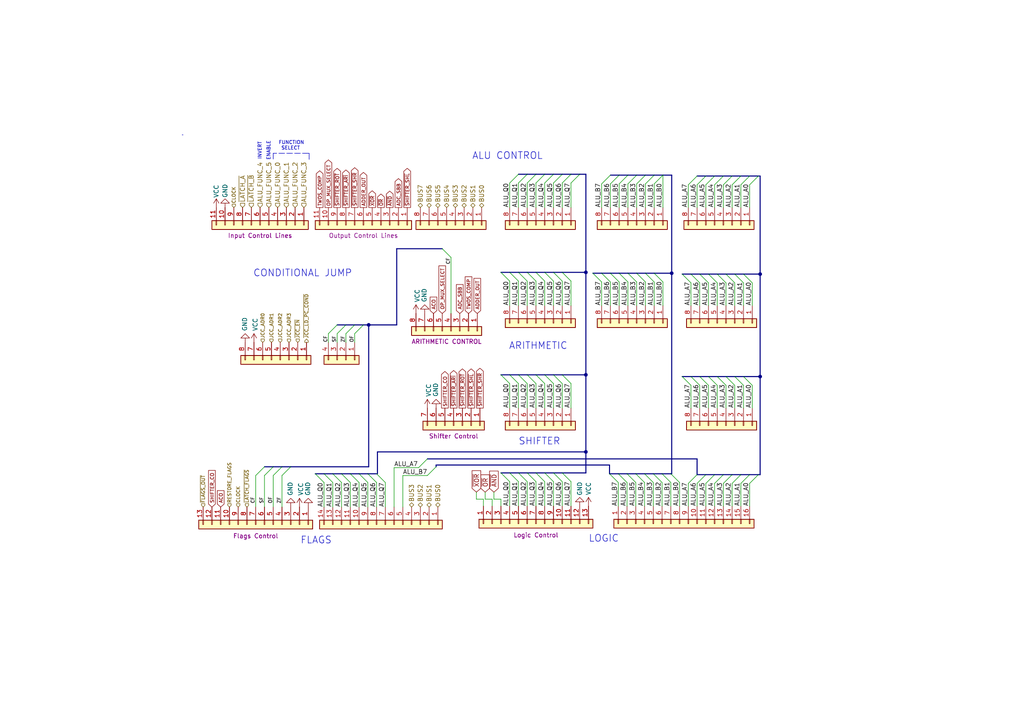
<source format=kicad_sch>
(kicad_sch (version 20211123) (generator eeschema)
  (paper "A4")
  (lib_symbols
    (symbol "Connector_Generic:Conn_01x04" (pin_names (offset 1.016) hide)
      (property "Reference" "J" (at 0 5.08 0))
      (property "Value" "Conn_01x04" (at 0 -7.62 0))
      (symbol "Conn_01x04_1_1"
        (rectangle (start -1.27 -4.953) (end 0 -5.207) (stroke (width 0.1524)))
        (rectangle (start -1.27 -2.413) (end 0 -2.667) (stroke (width 0.1524)))
        (rectangle (start -1.27 0.127) (end 0 -0.127) (stroke (width 0.1524)))
        (rectangle (start -1.27 2.667) (end 0 2.413) (stroke (width 0.1524)))
        (rectangle (start -1.27 3.81) (end 1.27 -6.35) (stroke (width 0.254)) (fill (type background)))
        (pin passive line (at -5.08 2.54 0) (length 3.81) (name "Pin_1") (number "1"))
        (pin passive line (at -5.08 0 0) (length 3.81) (name "Pin_2") (number "2"))
        (pin passive line (at -5.08 -2.54 0) (length 3.81) (name "Pin_3") (number "3"))
        (pin passive line (at -5.08 -5.08 0) (length 3.81) (name "Pin_4") (number "4"))
      )
    )
    (symbol "Connector_Generic:Conn_01x07" (pin_names (offset 1.016) hide)
      (property "Reference" "J" (at 0 10.16 0))
      (property "Value" "Conn_01x07" (at 0 -10.16 0))
      (symbol "Conn_01x07_1_1"
        (rectangle (start -1.27 -7.493) (end 0 -7.747) (stroke (width 0.1524)))
        (rectangle (start -1.27 -4.953) (end 0 -5.207) (stroke (width 0.1524)))
        (rectangle (start -1.27 -2.413) (end 0 -2.667) (stroke (width 0.1524)))
        (rectangle (start -1.27 0.127) (end 0 -0.127) (stroke (width 0.1524)))
        (rectangle (start -1.27 2.667) (end 0 2.413) (stroke (width 0.1524)))
        (rectangle (start -1.27 5.207) (end 0 4.953) (stroke (width 0.1524)))
        (rectangle (start -1.27 7.747) (end 0 7.493) (stroke (width 0.1524)))
        (rectangle (start -1.27 8.89) (end 1.27 -8.89) (stroke (width 0.254)) (fill (type background)))
        (pin passive line (at -5.08 7.62 0) (length 3.81) (name "Pin_1") (number "1"))
        (pin passive line (at -5.08 5.08 0) (length 3.81) (name "Pin_2") (number "2"))
        (pin passive line (at -5.08 2.54 0) (length 3.81) (name "Pin_3") (number "3"))
        (pin passive line (at -5.08 0 0) (length 3.81) (name "Pin_4") (number "4"))
        (pin passive line (at -5.08 -2.54 0) (length 3.81) (name "Pin_5") (number "5"))
        (pin passive line (at -5.08 -5.08 0) (length 3.81) (name "Pin_6") (number "6"))
        (pin passive line (at -5.08 -7.62 0) (length 3.81) (name "Pin_7") (number "7"))
      )
    )
    (symbol "Connector_Generic:Conn_01x08" (pin_names (offset 1.016) hide)
      (property "Reference" "J" (at 0 10.16 0))
      (property "Value" "Conn_01x08" (at 0 -12.7 0))
      (symbol "Conn_01x08_1_1"
        (rectangle (start -1.27 -10.033) (end 0 -10.287) (stroke (width 0.1524)))
        (rectangle (start -1.27 -7.493) (end 0 -7.747) (stroke (width 0.1524)))
        (rectangle (start -1.27 -4.953) (end 0 -5.207) (stroke (width 0.1524)))
        (rectangle (start -1.27 -2.413) (end 0 -2.667) (stroke (width 0.1524)))
        (rectangle (start -1.27 0.127) (end 0 -0.127) (stroke (width 0.1524)))
        (rectangle (start -1.27 2.667) (end 0 2.413) (stroke (width 0.1524)))
        (rectangle (start -1.27 5.207) (end 0 4.953) (stroke (width 0.1524)))
        (rectangle (start -1.27 7.747) (end 0 7.493) (stroke (width 0.1524)))
        (rectangle (start -1.27 8.89) (end 1.27 -11.43) (stroke (width 0.254)) (fill (type background)))
        (pin passive line (at -5.08 7.62 0) (length 3.81) (name "Pin_1") (number "1"))
        (pin passive line (at -5.08 5.08 0) (length 3.81) (name "Pin_2") (number "2"))
        (pin passive line (at -5.08 2.54 0) (length 3.81) (name "Pin_3") (number "3"))
        (pin passive line (at -5.08 0 0) (length 3.81) (name "Pin_4") (number "4"))
        (pin passive line (at -5.08 -2.54 0) (length 3.81) (name "Pin_5") (number "5"))
        (pin passive line (at -5.08 -5.08 0) (length 3.81) (name "Pin_6") (number "6"))
        (pin passive line (at -5.08 -7.62 0) (length 3.81) (name "Pin_7") (number "7"))
        (pin passive line (at -5.08 -10.16 0) (length 3.81) (name "Pin_8") (number "8"))
      )
    )
    (symbol "Connector_Generic:Conn_01x11" (pin_names (offset 1.016) hide)
      (property "Reference" "J" (at 0 15.24 0))
      (property "Value" "Conn_01x11" (at 0 -15.24 0))
      (symbol "Conn_01x11_1_1"
        (rectangle (start -1.27 -12.573) (end 0 -12.827) (stroke (width 0.1524)))
        (rectangle (start -1.27 -10.033) (end 0 -10.287) (stroke (width 0.1524)))
        (rectangle (start -1.27 -7.493) (end 0 -7.747) (stroke (width 0.1524)))
        (rectangle (start -1.27 -4.953) (end 0 -5.207) (stroke (width 0.1524)))
        (rectangle (start -1.27 -2.413) (end 0 -2.667) (stroke (width 0.1524)))
        (rectangle (start -1.27 0.127) (end 0 -0.127) (stroke (width 0.1524)))
        (rectangle (start -1.27 2.667) (end 0 2.413) (stroke (width 0.1524)))
        (rectangle (start -1.27 5.207) (end 0 4.953) (stroke (width 0.1524)))
        (rectangle (start -1.27 7.747) (end 0 7.493) (stroke (width 0.1524)))
        (rectangle (start -1.27 10.287) (end 0 10.033) (stroke (width 0.1524)))
        (rectangle (start -1.27 12.827) (end 0 12.573) (stroke (width 0.1524)))
        (rectangle (start -1.27 13.97) (end 1.27 -13.97) (stroke (width 0.254)) (fill (type background)))
        (pin passive line (at -5.08 12.7 0) (length 3.81) (name "Pin_1") (number "1"))
        (pin passive line (at -5.08 -10.16 0) (length 3.81) (name "Pin_10") (number "10"))
        (pin passive line (at -5.08 -12.7 0) (length 3.81) (name "Pin_11") (number "11"))
        (pin passive line (at -5.08 10.16 0) (length 3.81) (name "Pin_2") (number "2"))
        (pin passive line (at -5.08 7.62 0) (length 3.81) (name "Pin_3") (number "3"))
        (pin passive line (at -5.08 5.08 0) (length 3.81) (name "Pin_4") (number "4"))
        (pin passive line (at -5.08 2.54 0) (length 3.81) (name "Pin_5") (number "5"))
        (pin passive line (at -5.08 0 0) (length 3.81) (name "Pin_6") (number "6"))
        (pin passive line (at -5.08 -2.54 0) (length 3.81) (name "Pin_7") (number "7"))
        (pin passive line (at -5.08 -5.08 0) (length 3.81) (name "Pin_8") (number "8"))
        (pin passive line (at -5.08 -7.62 0) (length 3.81) (name "Pin_9") (number "9"))
      )
    )
    (symbol "Connector_Generic:Conn_01x13" (pin_names (offset 1.016) hide)
      (property "Reference" "J" (at 0 17.78 0))
      (property "Value" "Conn_01x13" (at 0 -17.78 0))
      (symbol "Conn_01x13_1_1"
        (rectangle (start -1.27 -15.113) (end 0 -15.367) (stroke (width 0.1524)))
        (rectangle (start -1.27 -12.573) (end 0 -12.827) (stroke (width 0.1524)))
        (rectangle (start -1.27 -10.033) (end 0 -10.287) (stroke (width 0.1524)))
        (rectangle (start -1.27 -7.493) (end 0 -7.747) (stroke (width 0.1524)))
        (rectangle (start -1.27 -4.953) (end 0 -5.207) (stroke (width 0.1524)))
        (rectangle (start -1.27 -2.413) (end 0 -2.667) (stroke (width 0.1524)))
        (rectangle (start -1.27 0.127) (end 0 -0.127) (stroke (width 0.1524)))
        (rectangle (start -1.27 2.667) (end 0 2.413) (stroke (width 0.1524)))
        (rectangle (start -1.27 5.207) (end 0 4.953) (stroke (width 0.1524)))
        (rectangle (start -1.27 7.747) (end 0 7.493) (stroke (width 0.1524)))
        (rectangle (start -1.27 10.287) (end 0 10.033) (stroke (width 0.1524)))
        (rectangle (start -1.27 12.827) (end 0 12.573) (stroke (width 0.1524)))
        (rectangle (start -1.27 15.367) (end 0 15.113) (stroke (width 0.1524)))
        (rectangle (start -1.27 16.51) (end 1.27 -16.51) (stroke (width 0.254)) (fill (type background)))
        (pin passive line (at -5.08 15.24 0) (length 3.81) (name "Pin_1") (number "1"))
        (pin passive line (at -5.08 -7.62 0) (length 3.81) (name "Pin_10") (number "10"))
        (pin passive line (at -5.08 -10.16 0) (length 3.81) (name "Pin_11") (number "11"))
        (pin passive line (at -5.08 -12.7 0) (length 3.81) (name "Pin_12") (number "12"))
        (pin passive line (at -5.08 -15.24 0) (length 3.81) (name "Pin_13") (number "13"))
        (pin passive line (at -5.08 12.7 0) (length 3.81) (name "Pin_2") (number "2"))
        (pin passive line (at -5.08 10.16 0) (length 3.81) (name "Pin_3") (number "3"))
        (pin passive line (at -5.08 7.62 0) (length 3.81) (name "Pin_4") (number "4"))
        (pin passive line (at -5.08 5.08 0) (length 3.81) (name "Pin_5") (number "5"))
        (pin passive line (at -5.08 2.54 0) (length 3.81) (name "Pin_6") (number "6"))
        (pin passive line (at -5.08 0 0) (length 3.81) (name "Pin_7") (number "7"))
        (pin passive line (at -5.08 -2.54 0) (length 3.81) (name "Pin_8") (number "8"))
        (pin passive line (at -5.08 -5.08 0) (length 3.81) (name "Pin_9") (number "9"))
      )
    )
    (symbol "Connector_Generic:Conn_01x14" (pin_names (offset 1.016) hide)
      (property "Reference" "J" (at 0 17.78 0))
      (property "Value" "Conn_01x14" (at 0 -20.32 0))
      (symbol "Conn_01x14_1_1"
        (rectangle (start -1.27 -17.653) (end 0 -17.907) (stroke (width 0.1524)))
        (rectangle (start -1.27 -15.113) (end 0 -15.367) (stroke (width 0.1524)))
        (rectangle (start -1.27 -12.573) (end 0 -12.827) (stroke (width 0.1524)))
        (rectangle (start -1.27 -10.033) (end 0 -10.287) (stroke (width 0.1524)))
        (rectangle (start -1.27 -7.493) (end 0 -7.747) (stroke (width 0.1524)))
        (rectangle (start -1.27 -4.953) (end 0 -5.207) (stroke (width 0.1524)))
        (rectangle (start -1.27 -2.413) (end 0 -2.667) (stroke (width 0.1524)))
        (rectangle (start -1.27 0.127) (end 0 -0.127) (stroke (width 0.1524)))
        (rectangle (start -1.27 2.667) (end 0 2.413) (stroke (width 0.1524)))
        (rectangle (start -1.27 5.207) (end 0 4.953) (stroke (width 0.1524)))
        (rectangle (start -1.27 7.747) (end 0 7.493) (stroke (width 0.1524)))
        (rectangle (start -1.27 10.287) (end 0 10.033) (stroke (width 0.1524)))
        (rectangle (start -1.27 12.827) (end 0 12.573) (stroke (width 0.1524)))
        (rectangle (start -1.27 15.367) (end 0 15.113) (stroke (width 0.1524)))
        (rectangle (start -1.27 16.51) (end 1.27 -19.05) (stroke (width 0.254)) (fill (type background)))
        (pin passive line (at -5.08 15.24 0) (length 3.81) (name "Pin_1") (number "1"))
        (pin passive line (at -5.08 -7.62 0) (length 3.81) (name "Pin_10") (number "10"))
        (pin passive line (at -5.08 -10.16 0) (length 3.81) (name "Pin_11") (number "11"))
        (pin passive line (at -5.08 -12.7 0) (length 3.81) (name "Pin_12") (number "12"))
        (pin passive line (at -5.08 -15.24 0) (length 3.81) (name "Pin_13") (number "13"))
        (pin passive line (at -5.08 -17.78 0) (length 3.81) (name "Pin_14") (number "14"))
        (pin passive line (at -5.08 12.7 0) (length 3.81) (name "Pin_2") (number "2"))
        (pin passive line (at -5.08 10.16 0) (length 3.81) (name "Pin_3") (number "3"))
        (pin passive line (at -5.08 7.62 0) (length 3.81) (name "Pin_4") (number "4"))
        (pin passive line (at -5.08 5.08 0) (length 3.81) (name "Pin_5") (number "5"))
        (pin passive line (at -5.08 2.54 0) (length 3.81) (name "Pin_6") (number "6"))
        (pin passive line (at -5.08 0 0) (length 3.81) (name "Pin_7") (number "7"))
        (pin passive line (at -5.08 -2.54 0) (length 3.81) (name "Pin_8") (number "8"))
        (pin passive line (at -5.08 -5.08 0) (length 3.81) (name "Pin_9") (number "9"))
      )
    )
    (symbol "Connector_Generic:Conn_01x16" (pin_names (offset 1.016) hide)
      (property "Reference" "J" (at 0 20.32 0))
      (property "Value" "Conn_01x16" (at 0 -22.86 0))
      (symbol "Conn_01x16_1_1"
        (rectangle (start -1.27 -20.193) (end 0 -20.447) (stroke (width 0.1524)))
        (rectangle (start -1.27 -17.653) (end 0 -17.907) (stroke (width 0.1524)))
        (rectangle (start -1.27 -15.113) (end 0 -15.367) (stroke (width 0.1524)))
        (rectangle (start -1.27 -12.573) (end 0 -12.827) (stroke (width 0.1524)))
        (rectangle (start -1.27 -10.033) (end 0 -10.287) (stroke (width 0.1524)))
        (rectangle (start -1.27 -7.493) (end 0 -7.747) (stroke (width 0.1524)))
        (rectangle (start -1.27 -4.953) (end 0 -5.207) (stroke (width 0.1524)))
        (rectangle (start -1.27 -2.413) (end 0 -2.667) (stroke (width 0.1524)))
        (rectangle (start -1.27 0.127) (end 0 -0.127) (stroke (width 0.1524)))
        (rectangle (start -1.27 2.667) (end 0 2.413) (stroke (width 0.1524)))
        (rectangle (start -1.27 5.207) (end 0 4.953) (stroke (width 0.1524)))
        (rectangle (start -1.27 7.747) (end 0 7.493) (stroke (width 0.1524)))
        (rectangle (start -1.27 10.287) (end 0 10.033) (stroke (width 0.1524)))
        (rectangle (start -1.27 12.827) (end 0 12.573) (stroke (width 0.1524)))
        (rectangle (start -1.27 15.367) (end 0 15.113) (stroke (width 0.1524)))
        (rectangle (start -1.27 17.907) (end 0 17.653) (stroke (width 0.1524)))
        (rectangle (start -1.27 19.05) (end 1.27 -21.59) (stroke (width 0.254)) (fill (type background)))
        (pin passive line (at -5.08 17.78 0) (length 3.81) (name "Pin_1") (number "1"))
        (pin passive line (at -5.08 -5.08 0) (length 3.81) (name "Pin_10") (number "10"))
        (pin passive line (at -5.08 -7.62 0) (length 3.81) (name "Pin_11") (number "11"))
        (pin passive line (at -5.08 -10.16 0) (length 3.81) (name "Pin_12") (number "12"))
        (pin passive line (at -5.08 -12.7 0) (length 3.81) (name "Pin_13") (number "13"))
        (pin passive line (at -5.08 -15.24 0) (length 3.81) (name "Pin_14") (number "14"))
        (pin passive line (at -5.08 -17.78 0) (length 3.81) (name "Pin_15") (number "15"))
        (pin passive line (at -5.08 -20.32 0) (length 3.81) (name "Pin_16") (number "16"))
        (pin passive line (at -5.08 15.24 0) (length 3.81) (name "Pin_2") (number "2"))
        (pin passive line (at -5.08 12.7 0) (length 3.81) (name "Pin_3") (number "3"))
        (pin passive line (at -5.08 10.16 0) (length 3.81) (name "Pin_4") (number "4"))
        (pin passive line (at -5.08 7.62 0) (length 3.81) (name "Pin_5") (number "5"))
        (pin passive line (at -5.08 5.08 0) (length 3.81) (name "Pin_6") (number "6"))
        (pin passive line (at -5.08 2.54 0) (length 3.81) (name "Pin_7") (number "7"))
        (pin passive line (at -5.08 0 0) (length 3.81) (name "Pin_8") (number "8"))
        (pin passive line (at -5.08 -2.54 0) (length 3.81) (name "Pin_9") (number "9"))
      )
    )
    (symbol "power:GND" (power) (pin_names (offset 0))
      (property "Value" "GND" (at 0 -3.81 0))
      (symbol "GND_0_1"
        (polyline (pts (xy 0 0) (xy 0 -1.27) (xy 1.27 -1.27) (xy 0 -2.54) (xy -1.27 -1.27) (xy 0 -1.27)))
      )
      (symbol "GND_1_1"
        (pin power_in line (at 0 0 270) (length 0) hide (name "GND") (number "1"))
      )
    )
    (symbol "power:VCC" (power) (pin_names (offset 0))
      (property "Value" "VCC" (at 0 3.81 0))
      (symbol "VCC_0_1"
        (polyline (pts (xy -0.762 1.27) (xy 0 2.54)))
        (polyline (pts (xy 0 0) (xy 0 2.54)))
        (polyline (pts (xy 0 2.54) (xy 0.762 1.27)))
      )
      (symbol "VCC_1_1"
        (pin power_in line (at 0 0 90) (length 0) hide (name "VCC") (number "1"))
      )
    )
  )
  (junction (at 220.472 79.502))
  (junction (at 220.472 109.22))
  (junction (at 169.926 108.712))
  (junction (at 169.926 78.994))
  (junction (at 106.934 94.234))
  (junction (at 194.818 79.248))
  (junction (at 169.926 131.064))
  (bus_entry (at 182.118 53.34) (size 2.54 -2.54))
  (bus_entry (at 189.738 53.34) (size 2.54 -2.54))
  (bus_entry (at 96.52 139.954) (size -2.54 -2.54))
  (bus_entry (at 217.424 53.594) (size 2.54 -2.54))
  (bus_entry (at 212.344 140.208) (size 2.54 -2.54))
  (bus_entry (at 99.06 139.954) (size -2.54 -2.54))
  (bus_entry (at 204.724 53.594) (size 2.54 -2.54))
  (bus_entry (at 181.864 139.954) (size -2.54 -2.54))
  (bus_entry (at 189.738 81.788) (size -2.54 -2.54))
  (bus_entry (at 150.368 139.7) (size -2.54 -2.54))
  (bus_entry (at 174.498 53.34) (size 2.54 -2.54))
  (bus_entry (at 213.106 111.76) (size -2.54 -2.54))
  (bus_entry (at 157.988 81.534) (size -2.54 -2.54))
  (bus_entry (at 163.068 53.086) (size 2.54 -2.54))
  (bus_entry (at 74.168 137.922) (size 2.54 -2.54))
  (bus_entry (at 199.644 140.208) (size 2.54 -2.54))
  (bus_entry (at 93.98 139.954) (size -2.54 -2.54))
  (bus_entry (at 81.788 137.922) (size 2.54 -2.54))
  (bus_entry (at 218.186 111.76) (size -2.54 -2.54))
  (bus_entry (at 212.344 53.594) (size 2.54 -2.54))
  (bus_entry (at 147.828 139.7) (size -2.54 -2.54))
  (bus_entry (at 184.404 139.954) (size -2.54 -2.54))
  (bus_entry (at 179.324 139.954) (size -2.54 -2.54))
  (bus_entry (at 215.646 82.042) (size -2.54 -2.54))
  (bus_entry (at 152.908 111.252) (size -2.54 -2.54))
  (bus_entry (at 187.198 81.788) (size -2.54 -2.54))
  (bus_entry (at 187.198 53.34) (size 2.54 -2.54))
  (bus_entry (at 217.424 140.208) (size 2.54 -2.54))
  (bus_entry (at 109.22 139.954) (size -2.54 -2.54))
  (bus_entry (at 163.068 81.534) (size -2.54 -2.54))
  (bus_entry (at 155.448 81.534) (size -2.54 -2.54))
  (bus_entry (at 174.498 81.788) (size -2.54 -2.54))
  (bus_entry (at 186.944 139.954) (size -2.54 -2.54))
  (bus_entry (at 157.988 139.7) (size -2.54 -2.54))
  (bus_entry (at 202.184 53.594) (size 2.54 -2.54))
  (bus_entry (at 79.248 137.922) (size 2.54 -2.54))
  (bus_entry (at 207.264 53.594) (size 2.54 -2.54))
  (bus_entry (at 147.828 111.252) (size -2.54 -2.54))
  (bus_entry (at 210.566 82.042) (size -2.54 -2.54))
  (bus_entry (at 197.104 139.954) (size -2.54 -2.54))
  (bus_entry (at 202.946 82.042) (size -2.54 -2.54))
  (bus_entry (at 208.026 111.76) (size -2.54 -2.54))
  (bus_entry (at 207.264 140.208) (size 2.54 -2.54))
  (bus_entry (at 205.486 82.042) (size -2.54 -2.54))
  (bus_entry (at 155.448 53.086) (size 2.54 -2.54))
  (bus_entry (at 209.804 140.208) (size 2.54 -2.54))
  (bus_entry (at 192.278 81.788) (size -2.54 -2.54))
  (bus_entry (at 152.908 81.534) (size -2.54 -2.54))
  (bus_entry (at 157.988 53.086) (size 2.54 -2.54))
  (bus_entry (at 150.368 81.534) (size -2.54 -2.54))
  (bus_entry (at 147.828 81.534) (size -2.54 -2.54))
  (bus_entry (at 157.988 111.252) (size -2.54 -2.54))
  (bus_entry (at 104.14 139.954) (size -2.54 -2.54))
  (bus_entry (at 150.368 53.086) (size 2.54 -2.54))
  (bus_entry (at 179.578 53.34) (size 2.54 -2.54))
  (bus_entry (at 194.564 139.954) (size -2.54 -2.54))
  (bus_entry (at 101.6 139.954) (size -2.54 -2.54))
  (bus_entry (at 130.81 74.676) (size -2.54 -2.54))
  (bus_entry (at 213.106 82.042) (size -2.54 -2.54))
  (bus_entry (at 165.608 111.252) (size -2.54 -2.54))
  (bus_entry (at 150.368 111.252) (size -2.54 -2.54))
  (bus_entry (at 179.578 81.788) (size -2.54 -2.54))
  (bus_entry (at 192.024 139.954) (size -2.54 -2.54))
  (bus_entry (at 202.184 140.208) (size 2.54 -2.54))
  (bus_entry (at 152.908 139.7) (size -2.54 -2.54))
  (bus_entry (at 165.608 53.086) (size 2.54 -2.54))
  (bus_entry (at 163.068 139.7) (size -2.54 -2.54))
  (bus_entry (at 210.566 111.76) (size -2.54 -2.54))
  (bus_entry (at 106.68 139.954) (size -2.54 -2.54))
  (bus_entry (at 214.884 140.208) (size 2.54 -2.54))
  (bus_entry (at 205.486 111.76) (size -2.54 -2.54))
  (bus_entry (at 165.608 81.534) (size -2.54 -2.54))
  (bus_entry (at 123.952 133.096) (size -2.54 2.54))
  (bus_entry (at 200.406 82.042) (size -2.54 -2.54))
  (bus_entry (at 95.25 96.774) (size 2.54 -2.54))
  (bus_entry (at 97.79 96.774) (size 2.54 -2.54))
  (bus_entry (at 102.87 96.774) (size 2.54 -2.54))
  (bus_entry (at 100.33 96.774) (size 2.54 -2.54))
  (bus_entry (at 209.804 53.594) (size 2.54 -2.54))
  (bus_entry (at 111.76 139.954) (size -2.54 -2.54))
  (bus_entry (at 215.646 111.76) (size -2.54 -2.54))
  (bus_entry (at 160.528 111.252) (size -2.54 -2.54))
  (bus_entry (at 152.908 53.086) (size 2.54 -2.54))
  (bus_entry (at 76.708 137.922) (size 2.54 -2.54))
  (bus_entry (at 165.608 139.7) (size -2.54 -2.54))
  (bus_entry (at 182.118 81.788) (size -2.54 -2.54))
  (bus_entry (at 126.492 135.382) (size -2.54 2.54))
  (bus_entry (at 184.658 53.34) (size 2.54 -2.54))
  (bus_entry (at 177.038 81.788) (size -2.54 -2.54))
  (bus_entry (at 200.406 111.76) (size -2.54 -2.54))
  (bus_entry (at 204.724 140.208) (size 2.54 -2.54))
  (bus_entry (at 184.658 81.788) (size -2.54 -2.54))
  (bus_entry (at 147.828 53.086) (size 2.54 -2.54))
  (bus_entry (at 202.946 111.76) (size -2.54 -2.54))
  (bus_entry (at 160.528 139.7) (size -2.54 -2.54))
  (bus_entry (at 163.068 111.252) (size -2.54 -2.54))
  (bus_entry (at 214.884 53.594) (size 2.54 -2.54))
  (bus_entry (at 199.644 53.594) (size 2.54 -2.54))
  (bus_entry (at 189.484 139.954) (size -2.54 -2.54))
  (bus_entry (at 208.026 82.042) (size -2.54 -2.54))
  (bus_entry (at 177.038 53.34) (size 2.54 -2.54))
  (bus_entry (at 160.528 81.534) (size -2.54 -2.54))
  (bus_entry (at 160.528 53.086) (size 2.54 -2.54))
  (bus_entry (at 218.186 82.042) (size -2.54 -2.54))
  (bus_entry (at 155.448 111.252) (size -2.54 -2.54))
  (bus_entry (at 155.448 139.7) (size -2.54 -2.54))
  (bus (pts (xy 217.424 137.668) (xy 219.964 137.668)))
  (wire (pts (xy 160.528 146.812) (xy 160.528 139.7)))
  (wire (pts (xy 130.81 74.676) (xy 130.81 90.932)))
  (bus (pts (xy 165.608 50.546) (xy 168.148 50.546)))
  (wire (pts (xy 160.528 118.364) (xy 160.528 111.252)))
  (wire (pts (xy 213.106 88.646) (xy 213.106 82.042)))
  (wire (pts (xy 150.368 60.198) (xy 150.368 53.086)))
  (wire (pts (xy 155.448 88.646) (xy 155.448 81.534)))
  (bus (pts (xy 163.068 108.712) (xy 169.926 108.712)))
  (bus (pts (xy 210.566 109.22) (xy 213.106 109.22)))
  (bus (pts (xy 177.038 79.248) (xy 174.498 79.248)))
  (bus (pts (xy 152.908 137.16) (xy 155.448 137.16)))
  (bus (pts (xy 215.646 109.22) (xy 220.472 109.22)))
  (bus (pts (xy 217.424 137.668) (xy 214.884 137.668)))
  (wire (pts (xy 152.908 146.812) (xy 152.908 139.7)))
  (bus (pts (xy 174.498 79.248) (xy 171.958 79.248)))
  (bus (pts (xy 157.988 50.546) (xy 160.528 50.546)))
  (wire (pts (xy 100.33 96.774) (xy 100.33 99.314)))
  (bus (pts (xy 202.184 133.096) (xy 202.184 137.668)))
  (bus (pts (xy 189.738 50.8) (xy 192.278 50.8)))
  (wire (pts (xy 218.186 88.646) (xy 218.186 82.042)))
  (wire (pts (xy 181.864 139.954) (xy 181.864 146.812)))
  (bus (pts (xy 147.828 108.712) (xy 150.368 108.712)))
  (wire (pts (xy 138.176 144.78) (xy 140.208 144.78)))
  (bus (pts (xy 217.424 51.054) (xy 219.964 51.054)))
  (wire (pts (xy 189.484 139.954) (xy 189.484 146.812)))
  (bus (pts (xy 152.908 50.546) (xy 155.448 50.546)))
  (wire (pts (xy 202.946 88.646) (xy 202.946 82.042)))
  (wire (pts (xy 138.176 142.748) (xy 138.176 144.78)))
  (wire (pts (xy 114.3 135.636) (xy 121.412 135.636)))
  (bus (pts (xy 207.264 137.668) (xy 204.724 137.668)))
  (bus (pts (xy 189.484 137.414) (xy 186.944 137.414)))
  (bus (pts (xy 200.406 79.502) (xy 197.866 79.502)))
  (bus (pts (xy 202.184 51.054) (xy 204.724 51.054)))
  (polyline (pts (xy 79.248 44.45) (xy 79.248 46.228)))
  (wire (pts (xy 192.278 60.198) (xy 192.278 50.8)))
  (wire (pts (xy 189.738 60.198) (xy 189.738 53.34)))
  (bus (pts (xy 176.784 134.874) (xy 176.784 137.414)))
  (bus (pts (xy 182.118 79.248) (xy 179.578 79.248)))
  (bus (pts (xy 202.946 79.502) (xy 200.406 79.502)))
  (wire (pts (xy 174.498 88.646) (xy 174.498 81.788)))
  (wire (pts (xy 74.168 137.922) (xy 74.168 147.066)))
  (bus (pts (xy 169.926 108.712) (xy 169.926 131.064)))
  (wire (pts (xy 157.988 146.812) (xy 157.988 139.7)))
  (bus (pts (xy 184.404 137.414) (xy 181.864 137.414)))
  (bus (pts (xy 214.884 51.054) (xy 217.424 51.054)))
  (bus (pts (xy 106.934 135.382) (xy 106.934 94.234)))
  (wire (pts (xy 111.76 147.066) (xy 111.76 139.954)))
  (bus (pts (xy 212.344 137.668) (xy 209.804 137.668)))
  (bus (pts (xy 179.324 137.414) (xy 176.784 137.414)))
  (wire (pts (xy 202.184 60.198) (xy 202.184 53.594)))
  (wire (pts (xy 142.748 144.78) (xy 142.748 146.812)))
  (wire (pts (xy 157.988 88.646) (xy 157.988 81.534)))
  (wire (pts (xy 145.288 144.78) (xy 145.288 146.812)))
  (bus (pts (xy 163.068 50.546) (xy 165.608 50.546)))
  (wire (pts (xy 116.84 137.922) (xy 123.952 137.922)))
  (bus (pts (xy 194.564 137.414) (xy 194.818 137.414)))
  (wire (pts (xy 194.564 139.954) (xy 194.564 146.812)))
  (bus (pts (xy 100.33 94.234) (xy 102.87 94.234)))
  (bus (pts (xy 169.926 131.064) (xy 169.926 137.16)))
  (wire (pts (xy 208.026 118.364) (xy 208.026 111.76)))
  (wire (pts (xy 104.14 147.066) (xy 104.14 139.954)))
  (bus (pts (xy 123.952 133.096) (xy 202.184 133.096)))
  (bus (pts (xy 147.828 78.994) (xy 150.368 78.994)))
  (bus (pts (xy 96.52 137.414) (xy 99.06 137.414)))
  (bus (pts (xy 220.472 79.502) (xy 215.646 79.502)))
  (wire (pts (xy 147.828 118.364) (xy 147.828 111.252)))
  (wire (pts (xy 209.804 60.198) (xy 209.804 53.594)))
  (bus (pts (xy 145.288 137.16) (xy 147.828 137.16)))
  (wire (pts (xy 147.828 88.646) (xy 147.828 81.534)))
  (wire (pts (xy 212.344 60.198) (xy 212.344 53.594)))
  (wire (pts (xy 163.068 60.198) (xy 163.068 53.086)))
  (bus (pts (xy 150.368 137.16) (xy 152.908 137.16)))
  (bus (pts (xy 208.026 79.502) (xy 205.486 79.502)))
  (bus (pts (xy 160.528 50.546) (xy 163.068 50.546)))
  (bus (pts (xy 160.528 137.16) (xy 163.068 137.16)))
  (wire (pts (xy 189.738 88.646) (xy 189.738 81.788)))
  (wire (pts (xy 217.424 60.198) (xy 217.424 53.594)))
  (wire (pts (xy 140.716 144.78) (xy 142.748 144.78)))
  (bus (pts (xy 177.038 50.8) (xy 179.578 50.8)))
  (bus (pts (xy 182.118 50.8) (xy 184.658 50.8)))
  (wire (pts (xy 76.708 137.922) (xy 76.708 147.066)))
  (bus (pts (xy 104.14 137.414) (xy 106.68 137.414)))
  (wire (pts (xy 163.068 118.364) (xy 163.068 111.252)))
  (bus (pts (xy 91.44 137.414) (xy 93.98 137.414)))
  (bus (pts (xy 155.448 50.546) (xy 157.988 50.546)))
  (wire (pts (xy 199.644 140.208) (xy 199.644 146.812)))
  (bus (pts (xy 192.024 137.414) (xy 189.484 137.414)))
  (wire (pts (xy 157.988 60.198) (xy 157.988 53.086)))
  (bus (pts (xy 169.926 78.994) (xy 169.926 50.546)))
  (wire (pts (xy 215.646 118.364) (xy 215.646 111.76)))
  (bus (pts (xy 204.724 51.054) (xy 207.264 51.054)))
  (bus (pts (xy 179.578 79.248) (xy 177.038 79.248)))
  (wire (pts (xy 116.84 137.922) (xy 116.84 147.066)))
  (wire (pts (xy 179.324 139.954) (xy 179.324 146.812)))
  (wire (pts (xy 143.256 144.78) (xy 145.288 144.78)))
  (wire (pts (xy 114.3 135.636) (xy 114.3 147.066)))
  (bus (pts (xy 84.328 135.382) (xy 106.934 135.382)))
  (bus (pts (xy 194.818 79.248) (xy 194.818 137.414)))
  (bus (pts (xy 128.27 72.136) (xy 115.062 72.136)))
  (wire (pts (xy 192.024 139.954) (xy 192.024 146.812)))
  (wire (pts (xy 165.608 118.364) (xy 165.608 111.252)))
  (wire (pts (xy 186.944 139.954) (xy 186.944 146.812)))
  (wire (pts (xy 213.106 118.364) (xy 213.106 111.76)))
  (bus (pts (xy 202.946 109.22) (xy 205.486 109.22)))
  (wire (pts (xy 212.344 140.208) (xy 212.344 146.812)))
  (wire (pts (xy 199.644 60.198) (xy 199.644 53.594)))
  (wire (pts (xy 152.908 60.198) (xy 152.908 53.086)))
  (bus (pts (xy 209.804 51.054) (xy 212.344 51.054)))
  (bus (pts (xy 186.944 137.414) (xy 184.404 137.414)))
  (polyline (pts (xy 52.832 39.116) (xy 53.086 39.116)))
  (wire (pts (xy 200.406 118.364) (xy 200.406 111.76)))
  (wire (pts (xy 208.026 88.646) (xy 208.026 82.042)))
  (bus (pts (xy 194.564 137.414) (xy 192.024 137.414)))
  (wire (pts (xy 101.6 147.066) (xy 101.6 139.954)))
  (bus (pts (xy 106.68 137.414) (xy 109.22 137.414)))
  (wire (pts (xy 106.68 147.066) (xy 106.68 139.954)))
  (bus (pts (xy 155.448 78.994) (xy 157.988 78.994)))
  (bus (pts (xy 109.474 131.064) (xy 169.926 131.064)))
  (wire (pts (xy 160.528 60.198) (xy 160.528 53.086)))
  (wire (pts (xy 177.038 88.646) (xy 177.038 81.788)))
  (bus (pts (xy 205.486 79.502) (xy 202.946 79.502)))
  (wire (pts (xy 160.528 88.646) (xy 160.528 81.534)))
  (bus (pts (xy 181.864 137.414) (xy 179.324 137.414)))
  (wire (pts (xy 163.068 88.646) (xy 163.068 81.534)))
  (bus (pts (xy 126.492 134.874) (xy 126.492 135.382)))
  (wire (pts (xy 218.186 118.364) (xy 218.186 111.76)))
  (bus (pts (xy 109.474 137.414) (xy 109.474 131.064)))
  (bus (pts (xy 220.472 51.054) (xy 220.472 79.502)))
  (bus (pts (xy 97.79 94.234) (xy 100.33 94.234)))
  (bus (pts (xy 81.788 135.382) (xy 84.328 135.382)))
  (wire (pts (xy 93.98 147.066) (xy 93.98 139.954)))
  (bus (pts (xy 145.288 108.712) (xy 147.828 108.712)))
  (bus (pts (xy 93.98 137.414) (xy 96.52 137.414)))
  (wire (pts (xy 192.278 88.646) (xy 192.278 81.788)))
  (wire (pts (xy 205.486 88.646) (xy 205.486 82.042)))
  (wire (pts (xy 205.486 118.364) (xy 205.486 111.76)))
  (bus (pts (xy 208.026 109.22) (xy 210.566 109.22)))
  (bus (pts (xy 157.988 78.994) (xy 160.528 78.994)))
  (wire (pts (xy 184.658 88.646) (xy 184.658 81.788)))
  (wire (pts (xy 109.22 147.066) (xy 109.22 139.954)))
  (polyline (pts (xy 89.408 44.45) (xy 79.248 44.45)))
  (bus (pts (xy 169.926 78.994) (xy 169.926 108.712)))
  (wire (pts (xy 157.988 118.364) (xy 157.988 111.252)))
  (bus (pts (xy 147.828 137.16) (xy 150.368 137.16)))
  (bus (pts (xy 101.6 137.414) (xy 104.14 137.414)))
  (bus (pts (xy 194.818 79.248) (xy 194.818 50.8)))
  (wire (pts (xy 150.368 146.812) (xy 150.368 139.7)))
  (wire (pts (xy 163.068 146.812) (xy 163.068 139.7)))
  (bus (pts (xy 150.368 50.546) (xy 152.908 50.546)))
  (bus (pts (xy 150.368 108.712) (xy 152.908 108.712)))
  (wire (pts (xy 204.724 140.208) (xy 204.724 146.812)))
  (wire (pts (xy 79.248 137.922) (xy 79.248 147.066)))
  (bus (pts (xy 187.198 50.8) (xy 189.738 50.8)))
  (wire (pts (xy 165.608 146.812) (xy 165.608 139.7)))
  (wire (pts (xy 96.52 147.066) (xy 96.52 139.954)))
  (bus (pts (xy 150.368 78.994) (xy 152.908 78.994)))
  (bus (pts (xy 160.528 108.712) (xy 163.068 108.712)))
  (bus (pts (xy 76.708 135.382) (xy 79.248 135.382)))
  (wire (pts (xy 214.884 140.208) (xy 214.884 146.812)))
  (bus (pts (xy 189.738 79.248) (xy 187.198 79.248)))
  (wire (pts (xy 165.608 88.646) (xy 165.608 81.534)))
  (wire (pts (xy 187.198 88.646) (xy 187.198 81.788)))
  (bus (pts (xy 157.988 108.712) (xy 160.528 108.712)))
  (wire (pts (xy 147.828 146.812) (xy 147.828 139.7)))
  (wire (pts (xy 202.946 118.364) (xy 202.946 111.76)))
  (wire (pts (xy 207.264 60.198) (xy 207.264 53.594)))
  (bus (pts (xy 160.528 78.994) (xy 163.068 78.994)))
  (wire (pts (xy 97.79 96.774) (xy 97.79 99.314)))
  (bus (pts (xy 194.818 79.248) (xy 189.738 79.248)))
  (bus (pts (xy 145.288 78.994) (xy 147.828 78.994)))
  (wire (pts (xy 177.038 60.198) (xy 177.038 53.34)))
  (bus (pts (xy 115.062 94.234) (xy 106.934 94.234)))
  (wire (pts (xy 155.448 60.198) (xy 155.448 53.086)))
  (wire (pts (xy 182.118 88.646) (xy 182.118 81.788)))
  (wire (pts (xy 204.724 60.198) (xy 204.724 53.594)))
  (bus (pts (xy 213.106 79.502) (xy 210.566 79.502)))
  (wire (pts (xy 155.448 146.812) (xy 155.448 139.7)))
  (wire (pts (xy 152.908 88.646) (xy 152.908 81.534)))
  (wire (pts (xy 143.256 142.748) (xy 143.256 144.78)))
  (bus (pts (xy 213.106 109.22) (xy 215.646 109.22)))
  (bus (pts (xy 184.658 79.248) (xy 182.118 79.248)))
  (wire (pts (xy 207.264 140.208) (xy 207.264 146.812)))
  (wire (pts (xy 155.448 118.364) (xy 155.448 111.252)))
  (wire (pts (xy 210.566 118.364) (xy 210.566 111.76)))
  (wire (pts (xy 210.566 88.646) (xy 210.566 82.042)))
  (bus (pts (xy 152.908 108.712) (xy 155.448 108.712)))
  (wire (pts (xy 174.498 60.198) (xy 174.498 53.34)))
  (wire (pts (xy 140.716 142.748) (xy 140.716 144.78)))
  (wire (pts (xy 182.118 60.198) (xy 182.118 53.34)))
  (wire (pts (xy 102.87 96.774) (xy 102.87 99.314)))
  (bus (pts (xy 155.448 137.16) (xy 157.988 137.16)))
  (wire (pts (xy 81.788 137.922) (xy 81.788 147.066)))
  (wire (pts (xy 214.884 60.198) (xy 214.884 53.594)))
  (bus (pts (xy 197.866 109.22) (xy 200.406 109.22)))
  (wire (pts (xy 147.828 60.198) (xy 147.828 53.086)))
  (wire (pts (xy 140.208 144.78) (xy 140.208 146.812)))
  (bus (pts (xy 99.06 137.414) (xy 101.6 137.414)))
  (polyline (pts (xy 89.662 46.228) (xy 89.662 44.45)))
  (bus (pts (xy 163.068 137.16) (xy 169.926 137.16)))
  (wire (pts (xy 150.368 118.364) (xy 150.368 111.252)))
  (wire (pts (xy 150.368 88.646) (xy 150.368 81.534)))
  (bus (pts (xy 220.472 79.502) (xy 220.472 109.22)))
  (bus (pts (xy 209.804 137.668) (xy 207.264 137.668)))
  (wire (pts (xy 200.406 88.646) (xy 200.406 82.042)))
  (bus (pts (xy 210.566 79.502) (xy 208.026 79.502)))
  (bus (pts (xy 212.344 51.054) (xy 214.884 51.054)))
  (bus (pts (xy 155.448 108.712) (xy 157.988 108.712)))
  (bus (pts (xy 126.492 134.874) (xy 176.784 134.874)))
  (wire (pts (xy 209.804 140.208) (xy 209.804 146.812)))
  (bus (pts (xy 79.248 135.382) (xy 81.788 135.382)))
  (bus (pts (xy 169.926 50.546) (xy 168.148 50.546)))
  (bus (pts (xy 163.068 78.994) (xy 169.926 78.994)))
  (bus (pts (xy 105.41 94.234) (xy 106.934 94.234)))
  (bus (pts (xy 184.658 50.8) (xy 187.198 50.8)))
  (wire (pts (xy 217.424 140.208) (xy 217.424 146.812)))
  (bus (pts (xy 179.578 50.8) (xy 182.118 50.8)))
  (bus (pts (xy 194.818 50.8) (xy 192.278 50.8)))
  (polyline (pts (xy 89.662 44.45) (xy 89.408 44.45)))
  (bus (pts (xy 219.964 51.054) (xy 220.472 51.054)))
  (wire (pts (xy 184.404 139.954) (xy 184.404 146.812)))
  (bus (pts (xy 204.724 137.668) (xy 202.184 137.668)))
  (bus (pts (xy 187.198 79.248) (xy 184.658 79.248)))
  (wire (pts (xy 165.608 60.198) (xy 165.608 53.086)))
  (bus (pts (xy 152.908 78.994) (xy 155.448 78.994)))
  (wire (pts (xy 179.578 60.198) (xy 179.578 53.34)))
  (bus (pts (xy 214.884 137.668) (xy 212.344 137.668)))
  (bus (pts (xy 205.486 109.22) (xy 208.026 109.22)))
  (bus (pts (xy 102.87 94.234) (xy 105.41 94.234)))
  (wire (pts (xy 184.658 60.198) (xy 184.658 53.34)))
  (bus (pts (xy 115.062 72.136) (xy 115.062 94.234)))
  (bus (pts (xy 215.646 79.502) (xy 213.106 79.502)))
  (wire (pts (xy 99.06 147.066) (xy 99.06 139.954)))
  (wire (pts (xy 202.184 140.208) (xy 202.184 146.812)))
  (bus (pts (xy 207.264 51.054) (xy 209.804 51.054)))
  (bus (pts (xy 157.988 137.16) (xy 160.528 137.16)))
  (wire (pts (xy 179.578 88.646) (xy 179.578 81.788)))
  (bus (pts (xy 220.472 109.22) (xy 220.472 137.668)))
  (wire (pts (xy 95.25 96.774) (xy 95.25 99.314)))
  (wire (pts (xy 215.646 88.646) (xy 215.646 82.042)))
  (wire (pts (xy 187.198 60.198) (xy 187.198 53.34)))
  (wire (pts (xy 152.908 118.364) (xy 152.908 111.252)))
  (bus (pts (xy 200.406 109.22) (xy 202.946 109.22)))
  (wire (pts (xy 197.104 139.954) (xy 197.104 146.812)))
  (bus (pts (xy 219.964 137.668) (xy 220.472 137.668)))
  (text "ALU CONTROL" (at 136.906 46.482 0) (effects (font (size 2 2)) (justify left bottom)))
  (text "INVERT" (at 75.946 41.148 270) (effects (font (size 1 1)) (justify right bottom)))
  (text "ENABLE" (at 78.486 40.894 270) (effects (font (size 1 1)) (justify right bottom)))
  (text "FUNCTION\n SELECT" (at 80.772 43.688 0) (effects (font (size 1 1)) (justify left bottom)))
  (text "CONDITIONAL JUMP" (at 73.406 80.518 0) (effects (font (size 2 2)) (justify left bottom)))
  (text "LOGIC" (at 170.688 157.48 0) (effects (font (size 2 2)) (justify left bottom)))
  (text "FLAGS" (at 96.266 157.988 180) (effects (font (size 2 2)) (justify right bottom)))
  (text "SHIFTER" (at 150.368 129.286 0) (effects (font (size 2 2)) (justify left bottom)))
  (text "ARITHMETIC" (at 147.574 101.6 0) (effects (font (size 2 2)) (justify left bottom)))
  (label "ALU_Q7" (at 165.608 60.198 90))
  (label "ALU_Q0" (at 147.828 60.198 90))
  (label "ALU_Q3" (at 101.6 147.066 90))
  (label "ALU_A2" (at 213.106 118.364 90))
  (label "ALU_Q0" (at 147.828 118.364 90))
  (label "ALU_Q5" (at 160.528 146.812 90))
  (label "ALU_Q1" (at 150.368 118.364 90))
  (label "ALU_Q3" (at 155.448 60.198 90))
  (label "ALU_Q2" (at 152.908 60.198 90))
  (label "ALU_A1" (at 215.646 118.364 90))
  (label "ALU_A7" (at 200.406 118.364 90))
  (label "ALU_Q4" (at 157.988 118.364 90))
  (label "ALU_Q2" (at 152.908 118.364 90))
  (label "ALU_B1" (at 189.738 88.646 90))
  (label "ALU_Q6" (at 109.22 147.066 90))
  (label "ALU_A1" (at 214.884 146.812 90))
  (label "CF" (at 130.81 76.708 90) (effects (font (size 0.9906 0.9906))))
  (label "ALU_A7" (at 114.3 135.636 0))
  (label "ALU_A4" (at 208.026 88.646 90))
  (label "SF" (at 76.708 146.05 90) (effects (font (size 0.9906 0.9906))))
  (label "ALU_B5" (at 179.578 88.646 90))
  (label "ALU_Q5" (at 160.528 88.646 90))
  (label "ALU_A0" (at 217.424 146.812 90))
  (label "ALU_A3" (at 209.804 146.812 90))
  (label "ALU_Q4" (at 157.988 88.646 90))
  (label "ALU_B3" (at 184.658 60.198 90))
  (label "ALU_Q3" (at 155.448 88.646 90))
  (label "ALU_Q1" (at 150.368 88.646 90))
  (label "ALU_A3" (at 209.804 60.198 90))
  (label "ALU_A0" (at 218.186 118.364 90))
  (label "ALU_B5" (at 179.578 60.198 90))
  (label "ALU_A2" (at 212.344 146.812 90))
  (label "ALU_Q0" (at 93.98 147.066 90))
  (label "ALU_B6" (at 177.038 60.198 90))
  (label "ALU_B1" (at 194.564 146.812 90))
  (label "ALU_Q2" (at 152.908 146.812 90))
  (label "ALU_A4" (at 207.264 60.198 90))
  (label "ALU_B2" (at 187.198 88.646 90))
  (label "ALU_A5" (at 205.486 118.364 90))
  (label "ALU_Q0" (at 147.828 88.646 90))
  (label "ALU_A4" (at 208.026 118.364 90))
  (label "ALU_A5" (at 204.724 146.812 90))
  (label "ALU_Q6" (at 163.068 118.364 90))
  (label "ALU_Q6" (at 163.068 60.198 90))
  (label "ZF" (at 81.788 146.05 90) (effects (font (size 0.9906 0.9906))))
  (label "ALU_A6" (at 202.184 60.198 90))
  (label "ALU_A6" (at 202.946 118.364 90))
  (label "ZF" (at 100.33 99.314 90) (effects (font (size 0.9906 0.9906))))
  (label "ALU_Q7" (at 165.608 146.812 90))
  (label "ALU_B7" (at 174.498 88.646 90))
  (label "ALU_Q2" (at 99.06 147.066 90))
  (label "OF" (at 79.248 146.05 90) (effects (font (size 0.9906 0.9906))))
  (label "ALU_A1" (at 215.646 88.646 90))
  (label "ALU_Q5" (at 160.528 60.198 90))
  (label "ALU_Q7" (at 165.608 88.646 90))
  (label "ALU_B1" (at 189.738 60.198 90))
  (label "ALU_Q5" (at 160.528 118.364 90))
  (label "ALU_B5" (at 184.404 146.812 90))
  (label "ALU_A7" (at 200.406 88.646 90))
  (label "ALU_A6" (at 202.946 88.646 90))
  (label "ALU_Q4" (at 104.14 147.066 90))
  (label "ALU_A2" (at 213.106 88.646 90))
  (label "OF" (at 102.87 99.314 90) (effects (font (size 0.9906 0.9906))))
  (label "ALU_Q1" (at 150.368 146.812 90))
  (label "ALU_B0" (at 197.104 146.812 90))
  (label "ALU_B2" (at 192.024 146.812 90))
  (label "ALU_B6" (at 177.038 88.646 90))
  (label "ALU_Q5" (at 106.68 147.066 90))
  (label "ALU_Q4" (at 157.988 146.812 90))
  (label "ALU_B4" (at 182.118 60.198 90))
  (label "ALU_B3" (at 184.658 88.646 90))
  (label "CF" (at 74.168 146.05 90) (effects (font (size 0.9906 0.9906))))
  (label "ALU_B7" (at 179.324 146.812 90))
  (label "ALU_Q4" (at 157.988 60.198 90))
  (label "ALU_Q3" (at 155.448 146.812 90))
  (label "CF" (at 95.25 99.314 90) (effects (font (size 0.9906 0.9906))))
  (label "ALU_Q2" (at 152.908 88.646 90))
  (label "ALU_B6" (at 181.864 146.812 90))
  (label "ALU_A5" (at 204.724 60.198 90))
  (label "ALU_A3" (at 210.566 88.646 90))
  (label "ALU_A7" (at 199.644 146.812 90))
  (label "ALU_Q6" (at 163.068 146.812 90))
  (label "ALU_A0" (at 217.424 60.198 90))
  (label "ALU_A7" (at 199.644 60.198 90))
  (label "ALU_B0" (at 192.278 60.198 90))
  (label "ALU_B7" (at 116.84 137.922 0))
  (label "ALU_Q1" (at 96.52 147.066 90))
  (label "ALU_A5" (at 205.486 88.646 90))
  (label "ALU_B4" (at 182.118 88.646 90))
  (label "ALU_A3" (at 210.566 118.364 90))
  (label "ALU_B7" (at 174.498 60.198 90))
  (label "ALU_Q7" (at 111.76 147.066 90))
  (label "ALU_B3" (at 189.484 146.812 90))
  (label "ALU_Q0" (at 147.828 146.812 90))
  (label "ALU_A1" (at 214.884 60.198 90))
  (label "ALU_Q7" (at 165.608 118.364 90))
  (label "SF" (at 97.79 99.314 90) (effects (font (size 0.9906 0.9906))))
  (label "ALU_Q1" (at 150.368 60.198 90))
  (label "ALU_A4" (at 207.264 146.812 90))
  (label "ALU_A6" (at 202.184 146.812 90))
  (label "ALU_B4" (at 186.944 146.812 90))
  (label "ALU_B0" (at 192.278 88.646 90))
  (label "ALU_A2" (at 212.344 60.198 90))
  (label "ALU_Q3" (at 155.448 118.364 90))
  (label "ALU_A0" (at 218.186 88.646 90))
  (label "ALU_B2" (at 187.198 60.198 90))
  (label "ALU_Q6" (at 163.068 88.646 90))
  (global_label "~{OR}" (shape output) (at 110.49 60.198 90) (effects (font (size 0.9906 0.9906))) (property "Intersheet References" "${INTERSHEET_REFS}" (effects hide)))
  (global_label "ACO" (shape input) (at 64.008 147.066 90) (effects (font (size 0.9906 0.9906))) (property "Intersheet References" "${INTERSHEET_REFS}" (effects hide)))
  (global_label "SHIFTER_CO" (shape input) (at 61.468 147.066 90) (effects (font (size 0.9906 0.9906))) (property "Intersheet References" "${INTERSHEET_REFS}" (effects hide)))
  (global_label "~{OR}" (shape input) (at 140.716 142.748 90) (property "Intersheet References" "${INTERSHEET_REFS}" (effects hide)))
  (global_label "ADC_SBB" (shape input) (at 133.35 90.932 90) (effects (font (size 0.9906 0.9906))) (property "Intersheet References" "${INTERSHEET_REFS}" (effects hide)))
  (global_label "~{SHIFTER_ROT}" (shape output) (at 97.79 60.198 90) (effects (font (size 0.9906 0.9906))) (property "Intersheet References" "${INTERSHEET_REFS}" (effects hide)))
  (global_label "ADC_SBB" (shape output) (at 115.57 60.198 90) (effects (font (size 0.9906 0.9906))) (property "Intersheet References" "${INTERSHEET_REFS}" (effects hide)))
  (global_label "~{AND}" (shape output) (at 113.03 60.198 90) (effects (font (size 0.9906 0.9906))) (property "Intersheet References" "${INTERSHEET_REFS}" (effects hide)))
  (global_label "~{SHIFTER_SHR}" (shape output) (at 139.192 118.364 90) (effects (font (size 0.9906 0.9906))) (property "Intersheet References" "${INTERSHEET_REFS}" (effects hide)))
  (global_label "~{SHIFTER_ARI}" (shape output) (at 100.33 60.198 90) (effects (font (size 0.9906 0.9906))) (property "Intersheet References" "${INTERSHEET_REFS}" (effects hide)))
  (global_label "ADDER_OUT" (shape output) (at 105.41 60.198 90) (effects (font (size 0.9906 0.9906))) (property "Intersheet References" "${INTERSHEET_REFS}" (effects hide)))
  (global_label "OP_MUX_SELECT" (shape output) (at 95.25 60.198 90) (effects (font (size 0.9906 0.9906))) (property "Intersheet References" "${INTERSHEET_REFS}" (effects hide)))
  (global_label "TWOS_COMP" (shape output) (at 92.71 60.198 90) (effects (font (size 0.9906 0.9906))) (property "Intersheet References" "${INTERSHEET_REFS}" (effects hide)))
  (global_label "~{SHIFTER_SHL}" (shape output) (at 118.11 60.198 90) (effects (font (size 0.9906 0.9906))) (property "Intersheet References" "${INTERSHEET_REFS}" (effects hide)))
  (global_label "ACO" (shape input) (at 125.73 90.932 90) (effects (font (size 0.9906 0.9906))) (property "Intersheet References" "${INTERSHEET_REFS}" (effects hide)))
  (global_label "OP_MUX_SELECT" (shape input) (at 128.27 90.932 90) (effects (font (size 0.9906 0.9906))) (property "Intersheet References" "${INTERSHEET_REFS}" (effects hide)))
  (global_label "~{SHIFTER_ROT}" (shape output) (at 134.112 118.364 90) (effects (font (size 0.9906 0.9906))) (property "Intersheet References" "${INTERSHEET_REFS}" (effects hide)))
  (global_label "ADDER_OUT" (shape input) (at 138.43 90.932 90) (effects (font (size 0.9906 0.9906))) (property "Intersheet References" "${INTERSHEET_REFS}" (effects hide)))
  (global_label "~{XOR}" (shape output) (at 107.95 60.198 90) (effects (font (size 0.9906 0.9906))) (property "Intersheet References" "${INTERSHEET_REFS}" (effects hide)))
  (global_label "~{SHIFTER_SHL}" (shape output) (at 136.652 118.364 90) (effects (font (size 0.9906 0.9906))) (property "Intersheet References" "${INTERSHEET_REFS}" (effects hide)))
  (global_label "TWOS_COMP" (shape input) (at 135.89 90.932 90) (effects (font (size 0.9906 0.9906))) (property "Intersheet References" "${INTERSHEET_REFS}" (effects hide)))
  (global_label "~{SHIFTER_ARI}" (shape output) (at 131.572 118.364 90) (effects (font (size 0.9906 0.9906))) (property "Intersheet References" "${INTERSHEET_REFS}" (effects hide)))
  (global_label "~{AND}" (shape input) (at 143.256 142.748 90) (property "Intersheet References" "${INTERSHEET_REFS}" (effects hide)))
  (global_label "SHIFTER_CO" (shape output) (at 129.032 118.364 90) (effects (font (size 0.9906 0.9906))) (property "Intersheet References" "${INTERSHEET_REFS}" (effects hide)))
  (global_label "~{XOR}" (shape input) (at 138.176 142.748 90) (property "Intersheet References" "${INTERSHEET_REFS}" (effects hide)))
  (global_label "~{SHIFTER_SHR}" (shape output) (at 102.87 60.198 90) (effects (font (size 0.9906 0.9906))) (property "Intersheet References" "${INTERSHEET_REFS}" (effects hide)))
  (hierarchical_label "JCC_ADR0" (shape input) (at 76.2 99.314 90) (effects (font (size 0.9906 0.9906))))
  (hierarchical_label "RESTORE_FLAGS" (shape input) (at 66.548 147.066 90) (effects (font (size 0.9906 0.9906))))
  (hierarchical_label "ALU_FUNC_2" (shape input) (at 85.598 60.198 90))
  (hierarchical_label "BUS3" (shape tri_state) (at 132.08 60.198 90))
  (hierarchical_label "~{JCC_LD_PC_COND}" (shape output) (at 88.9 99.314 90) (effects (font (size 0.9906 0.9906))))
  (hierarchical_label "BUS1" (shape tri_state) (at 124.46 147.066 90))
  (hierarchical_label "BUS7" (shape tri_state) (at 121.92 60.198 90))
  (hierarchical_label "ALU_FUNC_4" (shape input) (at 75.438 60.198 90))
  (hierarchical_label "ALU_FUNC_5" (shape input) (at 77.978 60.198 90))
  (hierarchical_label "BUS2" (shape tri_state) (at 121.92 147.066 90))
  (hierarchical_label "BUS4" (shape tri_state) (at 129.54 60.198 90))
  (hierarchical_label "CLOCK" (shape input) (at 69.088 147.066 90) (effects (font (size 0.9906 0.9906))))
  (hierarchical_label "~{JCC_EN}" (shape input) (at 86.36 99.314 90) (effects (font (size 0.9906 0.9906))))
  (hierarchical_label "BUS5" (shape tri_state) (at 127 60.198 90))
  (hierarchical_label "JCC_ADR2" (shape input) (at 81.28 99.314 90) (effects (font (size 0.9906 0.9906))))
  (hierarchical_label "BUS2" (shape tri_state) (at 134.62 60.198 90))
  (hierarchical_label "BUS3" (shape tri_state) (at 119.38 147.066 90))
  (hierarchical_label "BUS0" (shape tri_state) (at 139.7 60.198 90))
  (hierarchical_label "BUS0" (shape tri_state) (at 127 147.066 90))
  (hierarchical_label "~{LATCH_A}" (shape input) (at 70.358 60.198 90))
  (hierarchical_label "~{LATCH_FLAGS}" (shape input) (at 71.628 147.066 90) (effects (font (size 0.9906 0.9906))))
  (hierarchical_label "JCC_ADR3" (shape input) (at 83.82 99.314 90) (effects (font (size 0.9906 0.9906))))
  (hierarchical_label "ALU_FUNC_3" (shape input) (at 88.138 60.198 90))
  (hierarchical_label "~{FLAGS_OUT}" (shape input) (at 58.928 147.066 90) (effects (font (size 0.9906 0.9906))))
  (hierarchical_label "ALU_FUNC_1" (shape input) (at 83.058 60.198 90))
  (hierarchical_label "~{LATCH_B}" (shape input) (at 72.898 60.198 90))
  (hierarchical_label "ALU_FUNC_0" (shape input) (at 80.518 60.198 90))
  (hierarchical_label "CLOCK" (shape input) (at 67.818 60.198 90) (effects (font (size 0.9906 0.9906))))
  (hierarchical_label "BUS1" (shape tri_state) (at 137.16 60.198 90))
  (hierarchical_label "BUS6" (shape tri_state) (at 124.46 60.198 90))
  (hierarchical_label "JCC_ADR1" (shape input) (at 78.74 99.314 90) (effects (font (size 0.9906 0.9906))))
  (symbol (lib_id "Connector_Generic:Conn_01x16") (at 197.104 151.892 90) (mirror x) (unit 1)
    (property "Reference" "J16" (effects hide))
    (property "Value" "Conn_01x11" (effects hide))
    (property "Footprint" "Connector_PinSocket_2.54mm:PinSocket_1x11_P2.54mm_Vertical" (effects hide))
  )
  (symbol (lib_id "Connector_Generic:Conn_01x13") (at 74.168 152.146 270) (unit 1)
    (property "Reference" "J1" (effects hide))
    (property "Value" "Conn_01x08" (effects hide))
    (property "Footprint" "Connector_PinSocket_2.54mm:PinSocket_1x08_P2.54mm_Vertical" (effects hide))
    (property "Field4" "Flags Control" (at 74.168 155.448 90))
  )
  (symbol (lib_id "Connector_Generic:Conn_01x08") (at 210.566 93.726 270) (unit 1)
    (property "Reference" "J18" (effects hide))
    (property "Value" "Barrel_Jack_MountingPin" (effects hide))
    (property "Footprint" "Connector_BarrelJack:BarrelJack_Horizontal" (effects hide))
  )
  (symbol (lib_id "Connector_Generic:Conn_01x14") (at 111.76 152.146 270) (unit 1)
    (property "Reference" "J6" (effects hide))
    (property "Value" "Conn_01x08" (effects hide))
    (property "Footprint" "Connector_PinSocket_2.54mm:PinSocket_1x08_P2.54mm_Vertical" (effects hide))
  )
  (symbol (lib_id "power:VCC") (at 62.738 60.198 0) (mirror y) (unit 1)
    (property "Reference" "#PWR01" (effects hide))
    (property "Value" "VCC" (at 62.738 57.404 90) (effects (justify left)))
  )
  (symbol (lib_id "Connector_Generic:Conn_01x08") (at 184.658 65.278 270) (unit 1)
    (property "Reference" "J14" (effects hide))
    (property "Value" "Conn_01x08" (effects hide))
    (property "Footprint" "Connector_PinSocket_2.54mm:PinSocket_1x08_P2.54mm_Vertical" (effects hide))
  )
  (symbol (lib_id "Connector_Generic:Conn_01x08") (at 130.81 96.012 270) (unit 1)
    (property "Reference" "J7" (effects hide))
    (property "Value" "Conn_01x08" (effects hide))
    (property "Footprint" "Connector_PinSocket_2.54mm:PinSocket_1x08_P2.54mm_Vertical" (effects hide))
    (property "Field4" "ARITHMETIC CONTROL" (at 129.54 99.06 90))
  )
  (symbol (lib_id "Connector_Generic:Conn_01x11") (at 75.438 65.278 270) (unit 1)
    (property "Reference" "J2" (effects hide))
    (property "Value" "Conn_01x08" (effects hide))
    (property "Footprint" "Connector_PinSocket_2.54mm:PinSocket_1x08_P2.54mm_Vertical" (effects hide))
    (property "Field4" "Input Control Lines" (at 75.438 68.326 90))
  )
  (symbol (lib_id "Connector_Generic:Conn_01x04") (at 100.33 104.394 270) (unit 1)
    (property "Reference" "J4" (effects hide))
    (property "Value" "Conn_01x14" (effects hide))
    (property "Footprint" "Connector_PinSocket_2.54mm:PinSocket_1x14_P2.54mm_Vertical" (effects hide))
  )
  (symbol (lib_id "Connector_Generic:Conn_01x13") (at 155.448 151.892 90) (mirror x) (unit 1)
    (property "Reference" "J10" (effects hide))
    (property "Value" "Conn_01x13" (effects hide))
    (property "Footprint" "Connector_PinSocket_2.54mm:PinSocket_1x13_P2.54mm_Vertical" (effects hide))
    (property "Field4" "Logic Control" (at 155.448 155.194 90))
  )
  (symbol (lib_id "Connector_Generic:Conn_01x08") (at 184.658 93.726 270) (unit 1)
    (property "Reference" "J15" (effects hide))
    (property "Value" "Conn_01x16" (effects hide))
    (property "Footprint" "Connector_PinSocket_2.54mm:PinSocket_1x16_P2.54mm_Vertical" (effects hide))
  )
  (symbol (lib_id "Connector_Generic:Conn_01x08") (at 157.988 93.726 270) (unit 1)
    (property "Reference" "J12" (effects hide))
    (property "Value" "Conn_01x04" (effects hide))
    (property "Footprint" "Connector_PinSocket_2.54mm:PinSocket_1x04_P2.54mm_Vertical" (effects hide))
  )
  (symbol (lib_id "Connector_Generic:Conn_01x08") (at 132.08 65.278 270) (unit 1)
    (property "Reference" "J9" (effects hide))
    (property "Value" "Conn_01x16" (effects hide))
    (property "Footprint" "Connector_PinSocket_2.54mm:PinSocket_1x16_P2.54mm_Vertical" (effects hide))
  )
  (symbol (lib_id "Connector_Generic:Conn_01x08") (at 81.28 104.394 270) (unit 1)
    (property "Reference" "J3" (effects hide))
    (property "Value" "Conn_01x13" (effects hide))
    (property "Footprint" "Connector_PinSocket_2.54mm:PinSocket_1x13_P2.54mm_Vertical" (effects hide))
  )
  (symbol (lib_id "Connector_Generic:Conn_01x08") (at 157.988 65.278 270) (unit 1)
    (property "Reference" "J11" (effects hide))
    (property "Value" "Conn_01x08" (effects hide))
    (property "Footprint" "Connector_PinSocket_2.54mm:PinSocket_1x08_P2.54mm_Vertical" (effects hide))
  )
  (symbol (lib_id "Connector_Generic:Conn_01x08") (at 209.804 65.278 270) (unit 1)
    (property "Reference" "J17" (effects hide))
    (property "Value" "Conn_01x08" (effects hide))
    (property "Footprint" "Connector_PinSocket_2.54mm:PinSocket_1x08_P2.54mm_Vertical" (effects hide))
  )
  (symbol (lib_id "power:GND") (at 89.408 147.066 180) (unit 1)
    (property "Reference" "#PWR07" (effects hide))
    (property "Value" "GND" (at 89.281 143.8148 90) (effects (justify right)))
  )
  (symbol (lib_id "power:GND") (at 168.148 146.812 0) (mirror x) (unit 1)
    (property "Reference" "#PWR012" (effects hide))
    (property "Value" "GND" (at 168.148 141.732 90))
  )
  (symbol (lib_id "power:GND") (at 65.278 60.198 0) (mirror x) (unit 1)
    (property "Reference" "#PWR02" (effects hide))
    (property "Value" "GND" (at 65.278 57.404 90) (effects (justify right)))
  )
  (symbol (lib_id "power:VCC") (at 123.952 118.364 0) (unit 1)
    (property "Reference" "#PWR010" (effects hide))
    (property "Value" "VCC" (at 124.333 115.1382 90) (effects (justify left)))
  )
  (symbol (lib_id "Connector_Generic:Conn_01x11") (at 105.41 65.278 270) (unit 1)
    (property "Reference" "J5" (effects hide))
    (property "Value" "Conn_01x08" (effects hide))
    (property "Footprint" "Connector_PinSocket_2.54mm:PinSocket_1x08_P2.54mm_Vertical" (effects hide))
    (property "Field4" "Output Control Lines" (at 105.41 68.326 90))
  )
  (symbol (lib_id "power:VCC") (at 86.868 147.066 0) (unit 1)
    (property "Reference" "#PWR06" (effects hide))
    (property "Value" "VCC" (at 87.249 143.8148 90) (effects (justify left)))
  )
  (symbol (lib_id "Connector_Generic:Conn_01x08") (at 157.988 123.444 270) (unit 1)
    (property "Reference" "J13" (effects hide))
    (property "Value" "Conn_01x16" (effects hide))
    (property "Footprint" "Connector_PinSocket_2.54mm:PinSocket_1x16_P2.54mm_Vertical" (effects hide))
  )
  (symbol (lib_id "power:VCC") (at 120.65 90.932 0) (unit 1)
    (property "Reference" "#PWR08" (effects hide))
    (property "Value" "VCC" (at 121.031 87.7062 90) (effects (justify left)))
  )
  (symbol (lib_id "Connector_Generic:Conn_01x08") (at 210.566 123.444 270) (unit 1)
    (property "Reference" "J19" (effects hide))
    (property "Value" "Conn_01x07" (effects hide))
    (property "Footprint" "Connector_PinSocket_2.54mm:PinSocket_1x07_P2.54mm_Vertical" (effects hide))
  )
  (symbol (lib_id "power:GND") (at 123.19 90.932 180) (unit 1)
    (property "Reference" "#PWR09" (effects hide))
    (property "Value" "GND" (at 123.063 87.6808 90) (effects (justify right)))
  )
  (symbol (lib_id "power:GND") (at 84.328 147.066 180) (unit 1)
    (property "Reference" "#PWR05" (effects hide))
    (property "Value" "GND" (at 84.201 143.8148 90) (effects (justify right)))
  )
  (symbol (lib_id "power:GND") (at 71.12 99.314 180) (unit 1)
    (property "Reference" "#PWR03" (effects hide))
    (property "Value" "GND" (at 70.993 96.0628 90) (effects (justify right)))
  )
  (symbol (lib_id "Connector_Generic:Conn_01x07") (at 131.572 123.444 270) (unit 1)
    (property "Reference" "J8" (effects hide))
    (property "Value" "Conn_01x08" (effects hide))
    (property "Footprint" "Connector_PinSocket_2.54mm:PinSocket_1x08_P2.54mm_Vertical" (effects hide))
    (property "Field4" "Shifter Control" (at 131.572 126.492 90))
  )
  (symbol (lib_id "power:VCC") (at 73.66 99.314 0) (unit 1)
    (property "Reference" "#PWR04" (effects hide))
    (property "Value" "VCC" (at 74.041 96.0628 90) (effects (justify left)))
  )
  (symbol (lib_id "power:GND") (at 126.492 118.364 180) (unit 1)
    (property "Reference" "#PWR011" (effects hide))
    (property "Value" "GND" (at 126.365 115.1128 90) (effects (justify right)))
  )
  (symbol (lib_id "power:VCC") (at 170.688 146.812 0) (mirror y) (unit 1)
    (property "Reference" "#PWR013" (effects hide))
    (property "Value" "VCC" (at 170.688 141.732 90))
  )
)
</source>
